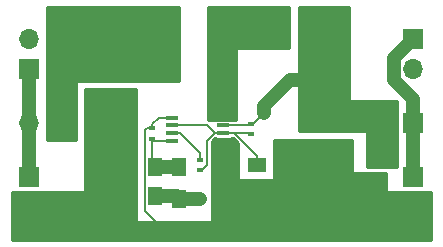
<source format=gbr>
G04 #@! TF.FileFunction,Copper,L1,Top,Signal*
%FSLAX46Y46*%
G04 Gerber Fmt 4.6, Leading zero omitted, Abs format (unit mm)*
G04 Created by KiCad (PCBNEW 4.0.7) date 11/01/17 14:12:36*
%MOMM*%
%LPD*%
G01*
G04 APERTURE LIST*
%ADD10C,0.076200*%
%ADD11R,1.100000X0.400000*%
%ADD12R,1.500000X1.250000*%
%ADD13R,1.250000X1.500000*%
%ADD14R,0.750000X1.200000*%
%ADD15R,3.500000X1.800000*%
%ADD16R,0.600000X0.400000*%
%ADD17R,1.300000X1.500000*%
%ADD18R,1.700000X1.700000*%
%ADD19O,1.700000X1.700000*%
%ADD20R,2.500000X3.200000*%
%ADD21R,2.700000X3.750000*%
%ADD22R,1.600000X5.700000*%
%ADD23C,0.685800*%
%ADD24C,0.152400*%
%ADD25C,1.219200*%
%ADD26C,0.254000*%
G04 APERTURE END LIST*
D10*
D11*
X176412000Y-106213000D03*
X176412000Y-106863000D03*
X176412000Y-107513000D03*
X176412000Y-108163000D03*
X180712000Y-108163000D03*
X180712000Y-107513000D03*
X180712000Y-106863000D03*
X180712000Y-106213000D03*
D12*
X181122000Y-110236000D03*
X183622000Y-110236000D03*
D13*
X175006000Y-112883000D03*
X175006000Y-110383000D03*
D14*
X193548000Y-111567000D03*
X193548000Y-109667000D03*
D15*
X189317000Y-98679000D03*
X184317000Y-98679000D03*
D16*
X183134000Y-107638000D03*
X183134000Y-106738000D03*
X178816000Y-109786000D03*
X178816000Y-110686000D03*
D17*
X177038000Y-113110000D03*
X177038000Y-110410000D03*
D16*
X174752000Y-107119000D03*
X174752000Y-108019000D03*
D18*
X164338000Y-102108000D03*
D19*
X164338000Y-99568000D03*
D18*
X196850000Y-99568000D03*
D19*
X196850000Y-102108000D03*
D20*
X171577000Y-101092000D03*
X171577000Y-105392000D03*
D21*
X188976000Y-103032000D03*
X188976000Y-110582000D03*
D22*
X180658000Y-100076000D03*
X175958000Y-100076000D03*
D18*
X164338000Y-111252000D03*
D19*
X164338000Y-113792000D03*
D18*
X196850000Y-111252000D03*
D19*
X196850000Y-113792000D03*
D18*
X166878000Y-106680000D03*
D19*
X164338000Y-106680000D03*
D18*
X196850000Y-106680000D03*
D19*
X194310000Y-106680000D03*
D23*
X178769000Y-113110000D03*
X184181000Y-105791000D03*
D24*
X174152399Y-114081399D02*
X175260000Y-115189000D01*
X174752000Y-107119000D02*
X174299600Y-107119000D01*
X174299600Y-107119000D02*
X174152399Y-107266201D01*
X174152399Y-107266201D02*
X174152399Y-114081399D01*
X176412000Y-106213000D02*
X175305600Y-106213000D01*
X175305600Y-106213000D02*
X174752000Y-106766600D01*
X174752000Y-106766600D02*
X174752000Y-107119000D01*
D25*
X164338000Y-110490000D02*
X164338000Y-106680000D01*
X164338000Y-106680000D02*
X164338000Y-102108000D01*
X196850000Y-106680000D02*
X196850000Y-104610800D01*
X196850000Y-104610800D02*
X195237999Y-102998799D01*
X195237999Y-102998799D02*
X195237999Y-101180001D01*
X195237999Y-101180001D02*
X196850000Y-99568000D01*
X196850000Y-106680000D02*
X196850000Y-111252000D01*
D24*
X180712000Y-107513000D02*
X180009600Y-107513000D01*
X180009600Y-107513000D02*
X179344601Y-108177999D01*
X179344601Y-108177999D02*
X179344601Y-110257399D01*
X179344601Y-110257399D02*
X178916000Y-110686000D01*
X178916000Y-110686000D02*
X178816000Y-110686000D01*
X180009600Y-107513000D02*
X179359600Y-106863000D01*
X179359600Y-106863000D02*
X177114400Y-106863000D01*
X177114400Y-106863000D02*
X176412000Y-106863000D01*
X180712000Y-107513000D02*
X183009000Y-107513000D01*
X183009000Y-107513000D02*
X183134000Y-107638000D01*
X180712000Y-107513000D02*
X181676400Y-107513000D01*
X181676400Y-107513000D02*
X183622000Y-109458600D01*
X183622000Y-109458600D02*
X183622000Y-110236000D01*
X174752000Y-108019000D02*
X174752000Y-110129000D01*
X174752000Y-110129000D02*
X175006000Y-110383000D01*
X176412000Y-108163000D02*
X174896000Y-108163000D01*
X174896000Y-108163000D02*
X174752000Y-108019000D01*
D25*
X177038000Y-110410000D02*
X175033000Y-110410000D01*
X175033000Y-110410000D02*
X175006000Y-110383000D01*
D24*
X176412000Y-107513000D02*
X177114400Y-107513000D01*
X177114400Y-107513000D02*
X178816000Y-109214600D01*
X178816000Y-109214600D02*
X178816000Y-109433600D01*
X178816000Y-109433600D02*
X178816000Y-109786000D01*
D25*
X166878000Y-106680000D02*
X166878000Y-105791000D01*
X177038000Y-113110000D02*
X178769000Y-113110000D01*
X175006000Y-112883000D02*
X176811000Y-112883000D01*
X176811000Y-112883000D02*
X177038000Y-113110000D01*
X184181000Y-105791000D02*
X184181000Y-105257800D01*
X184181000Y-105257800D02*
X186406800Y-103032000D01*
X186406800Y-103032000D02*
X188976000Y-103032000D01*
D24*
X183134000Y-106738000D02*
X183234000Y-106738000D01*
X183234000Y-106738000D02*
X184181000Y-105791000D01*
X180712000Y-106863000D02*
X183009000Y-106863000D01*
X183009000Y-106863000D02*
X183134000Y-106738000D01*
D26*
G36*
X173355000Y-114935000D02*
X173365006Y-114984410D01*
X173393447Y-115026035D01*
X173435841Y-115053315D01*
X173482000Y-115062000D01*
X179705000Y-115062000D01*
X179754410Y-115051994D01*
X179796035Y-115023553D01*
X179823315Y-114981159D01*
X179832000Y-114935000D01*
X179832000Y-108193494D01*
X180050513Y-107974981D01*
X180051168Y-107975429D01*
X180162000Y-107997873D01*
X181262000Y-107997873D01*
X181365539Y-107978391D01*
X181409660Y-107950000D01*
X181610506Y-107950000D01*
X181991000Y-108330494D01*
X181991000Y-111379000D01*
X182001006Y-111428410D01*
X182029447Y-111470035D01*
X182071841Y-111497315D01*
X182118000Y-111506000D01*
X184912000Y-111506000D01*
X184961410Y-111495994D01*
X185003035Y-111467553D01*
X185030315Y-111425159D01*
X185039000Y-111379000D01*
X185039000Y-108077000D01*
X191643000Y-108077000D01*
X191643000Y-110744000D01*
X191653006Y-110793410D01*
X191681447Y-110835035D01*
X191723841Y-110862315D01*
X191770000Y-110871000D01*
X194564000Y-110871000D01*
X194564000Y-112395000D01*
X194574006Y-112444410D01*
X194602447Y-112486035D01*
X194644841Y-112513315D01*
X194691231Y-112522000D01*
X198324400Y-112515379D01*
X198324400Y-116536400D01*
X162863600Y-116536400D01*
X162863600Y-112522000D01*
X168910000Y-112522000D01*
X168959410Y-112511994D01*
X169001035Y-112483553D01*
X169028315Y-112441159D01*
X169037000Y-112395000D01*
X169037000Y-103759000D01*
X173355000Y-103759000D01*
X173355000Y-114935000D01*
X173355000Y-114935000D01*
G37*
X173355000Y-114935000D02*
X173365006Y-114984410D01*
X173393447Y-115026035D01*
X173435841Y-115053315D01*
X173482000Y-115062000D01*
X179705000Y-115062000D01*
X179754410Y-115051994D01*
X179796035Y-115023553D01*
X179823315Y-114981159D01*
X179832000Y-114935000D01*
X179832000Y-108193494D01*
X180050513Y-107974981D01*
X180051168Y-107975429D01*
X180162000Y-107997873D01*
X181262000Y-107997873D01*
X181365539Y-107978391D01*
X181409660Y-107950000D01*
X181610506Y-107950000D01*
X181991000Y-108330494D01*
X181991000Y-111379000D01*
X182001006Y-111428410D01*
X182029447Y-111470035D01*
X182071841Y-111497315D01*
X182118000Y-111506000D01*
X184912000Y-111506000D01*
X184961410Y-111495994D01*
X185003035Y-111467553D01*
X185030315Y-111425159D01*
X185039000Y-111379000D01*
X185039000Y-108077000D01*
X191643000Y-108077000D01*
X191643000Y-110744000D01*
X191653006Y-110793410D01*
X191681447Y-110835035D01*
X191723841Y-110862315D01*
X191770000Y-110871000D01*
X194564000Y-110871000D01*
X194564000Y-112395000D01*
X194574006Y-112444410D01*
X194602447Y-112486035D01*
X194644841Y-112513315D01*
X194691231Y-112522000D01*
X198324400Y-112515379D01*
X198324400Y-116536400D01*
X162863600Y-116536400D01*
X162863600Y-112522000D01*
X168910000Y-112522000D01*
X168959410Y-112511994D01*
X169001035Y-112483553D01*
X169028315Y-112441159D01*
X169037000Y-112395000D01*
X169037000Y-103759000D01*
X173355000Y-103759000D01*
X173355000Y-114935000D01*
G36*
X186309000Y-100330000D02*
X181991000Y-100330000D01*
X181941590Y-100340006D01*
X181899965Y-100368447D01*
X181872685Y-100410841D01*
X181864000Y-100457000D01*
X181864000Y-106426000D01*
X181410049Y-106426000D01*
X181372832Y-106400571D01*
X181262000Y-106378127D01*
X180162000Y-106378127D01*
X180058461Y-106397609D01*
X180014340Y-106426000D01*
X179451000Y-106426000D01*
X179451000Y-96823600D01*
X186309000Y-96823600D01*
X186309000Y-100330000D01*
X186309000Y-100330000D01*
G37*
X186309000Y-100330000D02*
X181991000Y-100330000D01*
X181941590Y-100340006D01*
X181899965Y-100368447D01*
X181872685Y-100410841D01*
X181864000Y-100457000D01*
X181864000Y-106426000D01*
X181410049Y-106426000D01*
X181372832Y-106400571D01*
X181262000Y-106378127D01*
X180162000Y-106378127D01*
X180058461Y-106397609D01*
X180014340Y-106426000D01*
X179451000Y-106426000D01*
X179451000Y-96823600D01*
X186309000Y-96823600D01*
X186309000Y-100330000D01*
G36*
X177038000Y-103124000D02*
X168402000Y-103124000D01*
X168352590Y-103134006D01*
X168310965Y-103162447D01*
X168283685Y-103204841D01*
X168275000Y-103251000D01*
X168275000Y-108077000D01*
X165862000Y-108077000D01*
X165862000Y-96823600D01*
X177038000Y-96823600D01*
X177038000Y-103124000D01*
X177038000Y-103124000D01*
G37*
X177038000Y-103124000D02*
X168402000Y-103124000D01*
X168352590Y-103134006D01*
X168310965Y-103162447D01*
X168283685Y-103204841D01*
X168275000Y-103251000D01*
X168275000Y-108077000D01*
X165862000Y-108077000D01*
X165862000Y-96823600D01*
X177038000Y-96823600D01*
X177038000Y-103124000D01*
G36*
X191389000Y-104648000D02*
X191399006Y-104697410D01*
X191427447Y-104739035D01*
X191469841Y-104766315D01*
X191516000Y-104775000D01*
X195453000Y-104775000D01*
X195453000Y-110363000D01*
X192913000Y-110363000D01*
X192913000Y-107442000D01*
X192902994Y-107392590D01*
X192874553Y-107350965D01*
X192832159Y-107323685D01*
X192786000Y-107315000D01*
X187198000Y-107315000D01*
X187198000Y-96823600D01*
X191389000Y-96823600D01*
X191389000Y-104648000D01*
X191389000Y-104648000D01*
G37*
X191389000Y-104648000D02*
X191399006Y-104697410D01*
X191427447Y-104739035D01*
X191469841Y-104766315D01*
X191516000Y-104775000D01*
X195453000Y-104775000D01*
X195453000Y-110363000D01*
X192913000Y-110363000D01*
X192913000Y-107442000D01*
X192902994Y-107392590D01*
X192874553Y-107350965D01*
X192832159Y-107323685D01*
X192786000Y-107315000D01*
X187198000Y-107315000D01*
X187198000Y-96823600D01*
X191389000Y-96823600D01*
X191389000Y-104648000D01*
M02*

</source>
